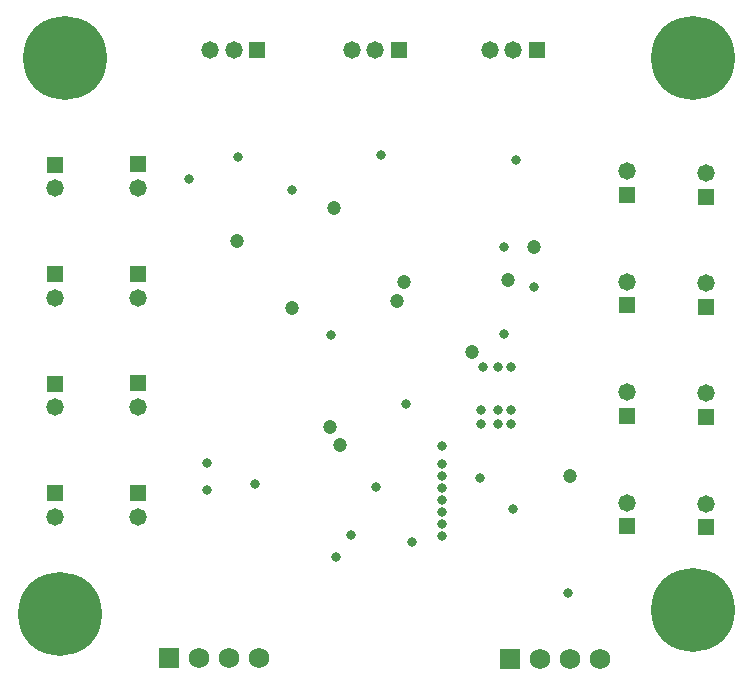
<source format=gbs>
G04*
G04 #@! TF.GenerationSoftware,Altium Limited,Altium Designer,20.0.13 (296)*
G04*
G04 Layer_Color=16711935*
%FSLAX25Y25*%
%MOIN*%
G70*
G01*
G75*
%ADD33C,0.06800*%
%ADD34R,0.06800X0.06800*%
%ADD35C,0.27965*%
%ADD36C,0.05800*%
%ADD37R,0.05800X0.05800*%
%ADD38R,0.05800X0.05800*%
%ADD39C,0.03162*%
%ADD40C,0.04737*%
%ADD41C,0.04737*%
D33*
X586500Y156000D02*
D03*
X566500D02*
D03*
X576500D02*
D03*
X473000Y156500D02*
D03*
X453000D02*
D03*
X463000D02*
D03*
D34*
X556500Y156000D02*
D03*
X443000Y156500D02*
D03*
D35*
X617500Y356500D02*
D03*
X408122D02*
D03*
X406500Y171000D02*
D03*
X617500Y172378D02*
D03*
D36*
X432500Y240126D02*
D03*
Y203626D02*
D03*
Y276626D02*
D03*
Y313126D02*
D03*
X405000Y203500D02*
D03*
Y240000D02*
D03*
Y313000D02*
D03*
Y276500D02*
D03*
X557626Y359000D02*
D03*
X549752D02*
D03*
X511626D02*
D03*
X503752D02*
D03*
X464500D02*
D03*
X456626D02*
D03*
X622000Y318083D02*
D03*
Y281374D02*
D03*
X595500Y318665D02*
D03*
Y281874D02*
D03*
Y245083D02*
D03*
X622000Y244665D02*
D03*
X595500Y208291D02*
D03*
X622000Y207957D02*
D03*
D37*
X432500Y248000D02*
D03*
Y211500D02*
D03*
Y284500D02*
D03*
Y321000D02*
D03*
X405000Y211374D02*
D03*
Y247874D02*
D03*
Y320874D02*
D03*
Y284374D02*
D03*
X622000Y310209D02*
D03*
Y273500D02*
D03*
X595500Y310791D02*
D03*
Y274000D02*
D03*
Y237209D02*
D03*
X622000Y236791D02*
D03*
X595500Y200417D02*
D03*
X622000Y200083D02*
D03*
D38*
X565500Y359000D02*
D03*
X519500D02*
D03*
X472374D02*
D03*
D39*
X534000Y221000D02*
D03*
Y217000D02*
D03*
X557500Y206000D02*
D03*
X534000Y227000D02*
D03*
X557000Y234500D02*
D03*
X552500D02*
D03*
X557000Y253500D02*
D03*
X552500D02*
D03*
X547500D02*
D03*
X552500Y239000D02*
D03*
X547000Y234500D02*
D03*
X557000Y239000D02*
D03*
X547000D02*
D03*
X534000Y213000D02*
D03*
Y201000D02*
D03*
Y209000D02*
D03*
Y197000D02*
D03*
Y205000D02*
D03*
X497000Y264000D02*
D03*
X466000Y323500D02*
D03*
X513500Y324000D02*
D03*
X558500Y322500D02*
D03*
X554500Y293500D02*
D03*
X564500Y280000D02*
D03*
X554500Y264500D02*
D03*
X546500Y216500D02*
D03*
X576000Y178000D02*
D03*
X455500Y221500D02*
D03*
Y212500D02*
D03*
X498500Y190000D02*
D03*
X484000Y312500D02*
D03*
X522000Y241000D02*
D03*
X471500Y214500D02*
D03*
X512000Y213500D02*
D03*
X449500Y316000D02*
D03*
X503500Y197500D02*
D03*
X524000Y195000D02*
D03*
D40*
X500000Y227500D02*
D03*
X497938Y306476D02*
D03*
X484000Y273000D02*
D03*
X465500Y295500D02*
D03*
X556000Y282500D02*
D03*
X564500Y293500D02*
D03*
X544000Y258500D02*
D03*
X521215Y281785D02*
D03*
X519000Y275500D02*
D03*
X576500Y217000D02*
D03*
D41*
X496500Y233500D02*
D03*
M02*

</source>
